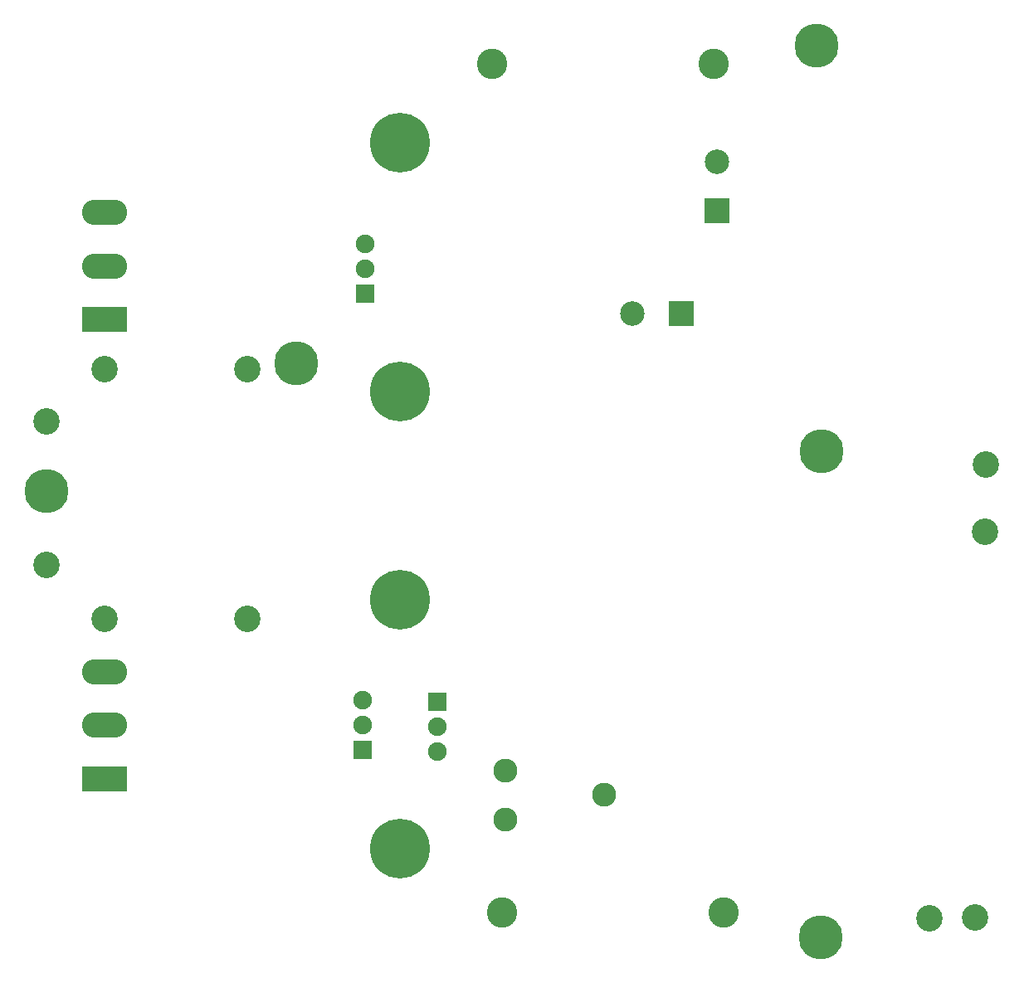
<source format=gbr>
%TF.GenerationSoftware,KiCad,Pcbnew,5.1.6-c6e7f7d~87~ubuntu18.04.1*%
%TF.CreationDate,2021-10-28T16:13:36+13:00*%
%TF.ProjectId,Trimodal SMD Sep20,5472696d-6f64-4616-9c20-534d44205365,rev?*%
%TF.SameCoordinates,Original*%
%TF.FileFunction,Soldermask,Bot*%
%TF.FilePolarity,Negative*%
%FSLAX46Y46*%
G04 Gerber Fmt 4.6, Leading zero omitted, Abs format (unit mm)*
G04 Created by KiCad (PCBNEW 5.1.6-c6e7f7d~87~ubuntu18.04.1) date 2021-10-28 16:13:36*
%MOMM*%
%LPD*%
G01*
G04 APERTURE LIST*
%ADD10R,2.500000X2.500000*%
%ADD11C,2.500000*%
%ADD12C,3.100000*%
%ADD13C,6.100000*%
%ADD14C,2.700000*%
%ADD15C,4.500000*%
%ADD16C,2.440000*%
%ADD17R,1.900000X1.900000*%
%ADD18O,1.900000X1.900000*%
%ADD19R,4.600000X2.600000*%
%ADD20O,4.600000X2.600000*%
G04 APERTURE END LIST*
D10*
%TO.C,C2*%
X136245600Y-68808600D03*
D11*
X131245600Y-68808600D03*
%TD*%
%TO.C,C12*%
X139903200Y-53340000D03*
D10*
X139903200Y-58340000D03*
%TD*%
D12*
%TO.C,F1*%
X140608400Y-129946400D03*
X118008400Y-129946400D03*
%TD*%
%TO.C,F2*%
X116967000Y-43383200D03*
X139567000Y-43383200D03*
%TD*%
D13*
%TO.C,HS1*%
X107543600Y-51384200D03*
X107543600Y-76784200D03*
%TD*%
%TO.C,HS2*%
X107530900Y-98031300D03*
X107530900Y-123431300D03*
%TD*%
D14*
%TO.C,J1*%
X167259000Y-91135200D03*
%TD*%
%TO.C,J2*%
X167386000Y-84251800D03*
%TD*%
D15*
%TO.C,J3*%
X96951800Y-73914000D03*
%TD*%
%TO.C,J4*%
X150622000Y-82905600D03*
%TD*%
%TO.C,JL1*%
X150469600Y-132537200D03*
%TD*%
%TO.C,JL2*%
X150063200Y-41478200D03*
%TD*%
D16*
%TO.C,PR1*%
X118364000Y-115468400D03*
X128364000Y-117968400D03*
X118364000Y-120468400D03*
%TD*%
D15*
%TO.C,TP3*%
X71500000Y-87000000D03*
%TD*%
D17*
%TO.C,TR6*%
X103784400Y-113360200D03*
D18*
X103784400Y-110820200D03*
X103784400Y-108280200D03*
%TD*%
D19*
%TO.C,TR7*%
X77393800Y-116321000D03*
D20*
X77393800Y-110871000D03*
X77393800Y-105421000D03*
%TD*%
D18*
%TO.C,TR8*%
X103987600Y-61772800D03*
X103987600Y-64312800D03*
D17*
X103987600Y-66852800D03*
%TD*%
D20*
%TO.C,TR9*%
X77393800Y-58558000D03*
X77393800Y-64008000D03*
D19*
X77393800Y-69458000D03*
%TD*%
D17*
%TO.C,TR13*%
X111353600Y-108432600D03*
D18*
X111353600Y-110972600D03*
X111353600Y-113512600D03*
%TD*%
D14*
%TO.C,TP1*%
X166243000Y-130505200D03*
%TD*%
%TO.C,TP2*%
X161594800Y-130581400D03*
%TD*%
%TO.C,L1*%
X92000000Y-100000000D03*
X77390000Y-100000000D03*
%TD*%
%TO.C,L2*%
X92000000Y-74500000D03*
X77390000Y-74500000D03*
%TD*%
%TO.C,L3*%
X71500000Y-79890000D03*
X71500000Y-94500000D03*
%TD*%
M02*

</source>
